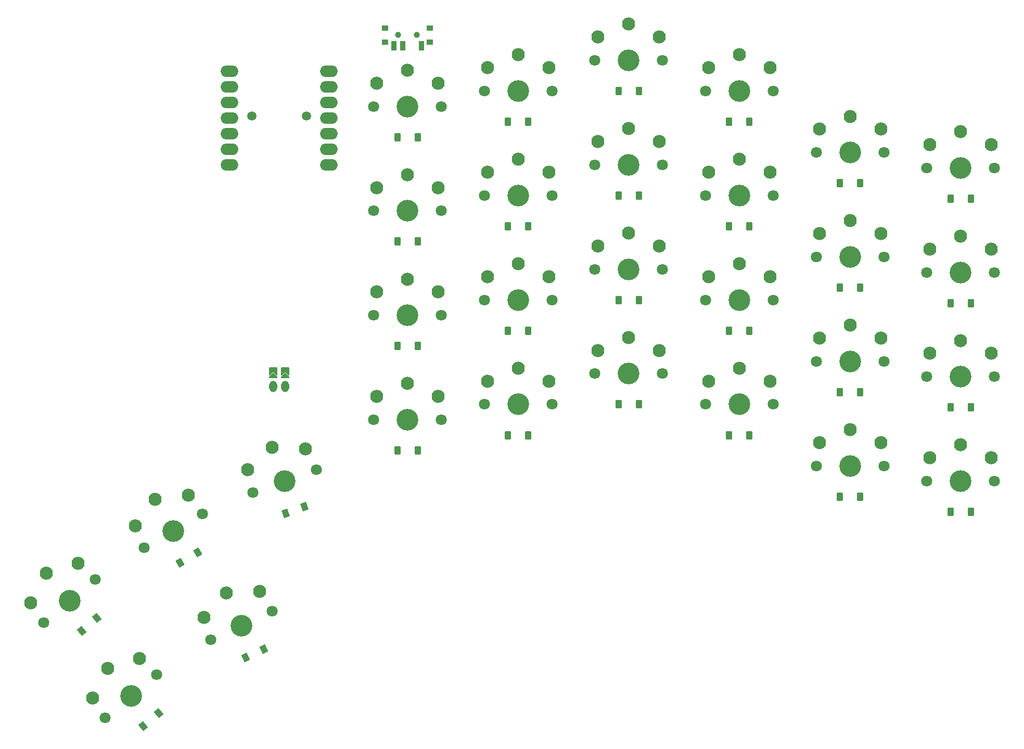
<source format=gbr>
%TF.GenerationSoftware,KiCad,Pcbnew,8.0.6*%
%TF.CreationDate,2025-01-31T15:21:25+01:00*%
%TF.ProjectId,sleepy58,736c6565-7079-4353-982e-6b696361645f,v1.0.0*%
%TF.SameCoordinates,Original*%
%TF.FileFunction,Soldermask,Top*%
%TF.FilePolarity,Negative*%
%FSLAX46Y46*%
G04 Gerber Fmt 4.6, Leading zero omitted, Abs format (unit mm)*
G04 Created by KiCad (PCBNEW 8.0.6) date 2025-01-31 15:21:25*
%MOMM*%
%LPD*%
G01*
G04 APERTURE LIST*
G04 Aperture macros list*
%AMRoundRect*
0 Rectangle with rounded corners*
0 $1 Rounding radius*
0 $2 $3 $4 $5 $6 $7 $8 $9 X,Y pos of 4 corners*
0 Add a 4 corners polygon primitive as box body*
4,1,4,$2,$3,$4,$5,$6,$7,$8,$9,$2,$3,0*
0 Add four circle primitives for the rounded corners*
1,1,$1+$1,$2,$3*
1,1,$1+$1,$4,$5*
1,1,$1+$1,$6,$7*
1,1,$1+$1,$8,$9*
0 Add four rect primitives between the rounded corners*
20,1,$1+$1,$2,$3,$4,$5,0*
20,1,$1+$1,$4,$5,$6,$7,0*
20,1,$1+$1,$6,$7,$8,$9,0*
20,1,$1+$1,$8,$9,$2,$3,0*%
%AMFreePoly0*
4,1,16,0.635355,0.285355,0.650000,0.250000,0.650000,-1.000000,0.635355,-1.035355,0.600000,-1.050000,0.564645,-1.035355,0.000000,-0.470710,-0.564645,-1.035355,-0.600000,-1.050000,-0.635355,-1.035355,-0.650000,-1.000000,-0.650000,0.250000,-0.635355,0.285355,-0.600000,0.300000,0.600000,0.300000,0.635355,0.285355,0.635355,0.285355,$1*%
%AMFreePoly1*
4,1,14,0.035355,0.435355,0.635355,-0.164645,0.650000,-0.200000,0.650000,-0.400000,0.635355,-0.435355,0.600000,-0.450000,-0.600000,-0.450000,-0.635355,-0.435355,-0.650000,-0.400000,-0.650000,-0.200000,-0.635355,-0.164645,-0.035355,0.435355,0.000000,0.450000,0.035355,0.435355,0.035355,0.435355,$1*%
G04 Aperture macros list end*
%ADD10RoundRect,0.050000X-0.450000X-0.600000X0.450000X-0.600000X0.450000X0.600000X-0.450000X0.600000X0*%
%ADD11C,1.801800*%
%ADD12C,3.529000*%
%ADD13C,2.132000*%
%ADD14RoundRect,0.050000X0.040953X-0.748881X0.730393X-0.170372X-0.040953X0.748881X-0.730393X0.170372X0*%
%ADD15RoundRect,0.050000X-0.217650X-0.717725X0.628074X-0.409907X0.217650X0.717725X-0.628074X0.409907X0*%
%ADD16RoundRect,0.050000X-0.089711X-0.744615X0.689711X-0.294615X0.089711X0.744615X-0.689711X0.294615X0*%
%ADD17FreePoly0,0.000000*%
%ADD18O,1.300000X1.850000*%
%ADD19FreePoly1,0.000000*%
%ADD20O,2.850000X1.900000*%
%ADD21C,1.497000*%
%ADD22RoundRect,0.050000X-0.154268X-0.733963X0.661409X-0.353606X0.154268X0.733963X-0.661409X0.353606X0*%
%ADD23RoundRect,0.050000X0.500000X0.400000X-0.500000X0.400000X-0.500000X-0.400000X0.500000X-0.400000X0*%
%ADD24C,1.000000*%
%ADD25RoundRect,0.050000X0.350000X0.750000X-0.350000X0.750000X-0.350000X-0.750000X0.350000X-0.750000X0*%
G04 APERTURE END LIST*
D10*
%TO.C,D1*%
X98350000Y-105000000D03*
X101650000Y-105000000D03*
%TD*%
D11*
%TO.C,S12*%
X130500000Y-41500000D03*
D12*
X136000000Y-41500000D03*
D11*
X141500000Y-41500000D03*
D13*
X131000000Y-37700000D03*
X141000000Y-37700000D03*
X136000000Y-35600000D03*
X136000000Y-35600000D03*
%TD*%
D10*
%TO.C,D21*%
X188350000Y-115000000D03*
X191650000Y-115000000D03*
%TD*%
D14*
%TO.C,D29*%
X56949927Y-149890800D03*
X59477873Y-147769600D03*
%TD*%
D10*
%TO.C,D2*%
X98350000Y-88000000D03*
X101650000Y-88000000D03*
%TD*%
%TO.C,D14*%
X152350000Y-85500000D03*
X155650000Y-85500000D03*
%TD*%
D11*
%TO.C,S2*%
X94500000Y-83000000D03*
D12*
X100000000Y-83000000D03*
D11*
X105500000Y-83000000D03*
D13*
X95000000Y-79200000D03*
X105000000Y-79200000D03*
X100000000Y-77100000D03*
X100000000Y-77100000D03*
%TD*%
D10*
%TO.C,D6*%
X116350000Y-85500000D03*
X119650000Y-85500000D03*
%TD*%
%TO.C,D9*%
X134350000Y-97500000D03*
X137650000Y-97500000D03*
%TD*%
%TO.C,D8*%
X116350000Y-51500000D03*
X119650000Y-51500000D03*
%TD*%
D11*
%TO.C,S18*%
X166500000Y-90500000D03*
D12*
X172000000Y-90500000D03*
D11*
X177500000Y-90500000D03*
D13*
X167000000Y-86700000D03*
X177000000Y-86700000D03*
X172000000Y-84600000D03*
X172000000Y-84600000D03*
%TD*%
D15*
%TO.C,D25*%
X80159607Y-115262833D03*
X83260593Y-114134167D03*
%TD*%
D11*
%TO.C,S29*%
X50786756Y-148535332D03*
D12*
X55000000Y-145000000D03*
D11*
X59213244Y-141464668D03*
D13*
X48727185Y-145302969D03*
X56387629Y-138875093D03*
X51207553Y-140480338D03*
X51207553Y-140480338D03*
%TD*%
D11*
%TO.C,S3*%
X94500000Y-66000000D03*
D12*
X100000000Y-66000000D03*
D11*
X105500000Y-66000000D03*
D13*
X95000000Y-62200000D03*
X105000000Y-62200000D03*
X100000000Y-60100000D03*
X100000000Y-60100000D03*
%TD*%
D11*
%TO.C,S16*%
X148500000Y-46500000D03*
D12*
X154000000Y-46500000D03*
D11*
X159500000Y-46500000D03*
D13*
X149000000Y-42700000D03*
X159000000Y-42700000D03*
X154000000Y-40600000D03*
X154000000Y-40600000D03*
%TD*%
D11*
%TO.C,S11*%
X130500000Y-58500000D03*
D12*
X136000000Y-58500000D03*
D11*
X141500000Y-58500000D03*
D13*
X131000000Y-54700000D03*
X141000000Y-54700000D03*
X136000000Y-52600000D03*
X136000000Y-52600000D03*
%TD*%
D16*
%TO.C,D26*%
X62971058Y-123255100D03*
X65828942Y-121605100D03*
%TD*%
D10*
%TO.C,D5*%
X116350000Y-102500000D03*
X119650000Y-102500000D03*
%TD*%
%TO.C,D12*%
X134350000Y-46500000D03*
X137650000Y-46500000D03*
%TD*%
D11*
%TO.C,S5*%
X112500000Y-97500000D03*
D12*
X118000000Y-97500000D03*
D11*
X123500000Y-97500000D03*
D13*
X113000000Y-93700000D03*
X123000000Y-93700000D03*
X118000000Y-91600000D03*
X118000000Y-91600000D03*
%TD*%
D11*
%TO.C,S27*%
X40786756Y-133035332D03*
D12*
X45000000Y-129500000D03*
D11*
X49213244Y-125964668D03*
D13*
X38727185Y-129802969D03*
X46387629Y-123375093D03*
X41207553Y-124980338D03*
X41207553Y-124980338D03*
%TD*%
D11*
%TO.C,S21*%
X184500000Y-110000000D03*
D12*
X190000000Y-110000000D03*
D11*
X195500000Y-110000000D03*
D13*
X185000000Y-106200000D03*
X195000000Y-106200000D03*
X190000000Y-104100000D03*
X190000000Y-104100000D03*
%TD*%
D11*
%TO.C,S13*%
X148500000Y-97500000D03*
D12*
X154000000Y-97500000D03*
D11*
X159500000Y-97500000D03*
D13*
X149000000Y-93700000D03*
X159000000Y-93700000D03*
X154000000Y-91600000D03*
X154000000Y-91600000D03*
%TD*%
D10*
%TO.C,D23*%
X188350000Y-81000000D03*
X191650000Y-81000000D03*
%TD*%
%TO.C,D4*%
X98350000Y-54000000D03*
X101650000Y-54000000D03*
%TD*%
D11*
%TO.C,S19*%
X166500000Y-73500000D03*
D12*
X172000000Y-73500000D03*
D11*
X177500000Y-73500000D03*
D13*
X167000000Y-69700000D03*
X177000000Y-69700000D03*
X172000000Y-67600000D03*
X172000000Y-67600000D03*
%TD*%
D14*
%TO.C,D27*%
X46949927Y-134390800D03*
X49477873Y-132269600D03*
%TD*%
D10*
%TO.C,D15*%
X152350000Y-68500000D03*
X155650000Y-68500000D03*
%TD*%
D11*
%TO.C,S14*%
X148500000Y-80500000D03*
D12*
X154000000Y-80500000D03*
D11*
X159500000Y-80500000D03*
D13*
X149000000Y-76700000D03*
X159000000Y-76700000D03*
X154000000Y-74600000D03*
X154000000Y-74600000D03*
%TD*%
D11*
%TO.C,S15*%
X148500000Y-63500000D03*
D12*
X154000000Y-63500000D03*
D11*
X159500000Y-63500000D03*
D13*
X149000000Y-59700000D03*
X159000000Y-59700000D03*
X154000000Y-57600000D03*
X154000000Y-57600000D03*
%TD*%
D10*
%TO.C,D17*%
X170350000Y-112500000D03*
X173650000Y-112500000D03*
%TD*%
D17*
%TO.C,JST1*%
X80100000Y-91784000D03*
X78100000Y-91784000D03*
D18*
X80100000Y-94600000D03*
X78100000Y-94600000D03*
D19*
X80100000Y-92800000D03*
X78100000Y-92800000D03*
%TD*%
D11*
%TO.C,S20*%
X166500000Y-56500000D03*
D12*
X172000000Y-56500000D03*
D11*
X177500000Y-56500000D03*
D13*
X167000000Y-52700000D03*
X177000000Y-52700000D03*
X172000000Y-50600000D03*
X172000000Y-50600000D03*
%TD*%
D10*
%TO.C,D22*%
X188350000Y-98000000D03*
X191650000Y-98000000D03*
%TD*%
D11*
%TO.C,S28*%
X68015307Y-135824400D03*
D12*
X73000000Y-133500000D03*
D11*
X77984693Y-131175600D03*
D13*
X66862512Y-132169122D03*
X75925590Y-127942939D03*
X70506552Y-128152784D03*
X70506552Y-128152784D03*
%TD*%
D11*
%TO.C,S24*%
X184500000Y-59000000D03*
D12*
X190000000Y-59000000D03*
D11*
X195500000Y-59000000D03*
D13*
X185000000Y-55200000D03*
X195000000Y-55200000D03*
X190000000Y-53100000D03*
X190000000Y-53100000D03*
%TD*%
D10*
%TO.C,D7*%
X116350000Y-68500000D03*
X119650000Y-68500000D03*
%TD*%
%TO.C,D20*%
X170350000Y-61500000D03*
X173650000Y-61500000D03*
%TD*%
D11*
%TO.C,S6*%
X112500000Y-80500000D03*
D12*
X118000000Y-80500000D03*
D11*
X123500000Y-80500000D03*
D13*
X113000000Y-76700000D03*
X123000000Y-76700000D03*
X118000000Y-74600000D03*
X118000000Y-74600000D03*
%TD*%
D11*
%TO.C,S9*%
X130500000Y-92500000D03*
D12*
X136000000Y-92500000D03*
D11*
X141500000Y-92500000D03*
D13*
X131000000Y-88700000D03*
X141000000Y-88700000D03*
X136000000Y-86600000D03*
X136000000Y-86600000D03*
%TD*%
D10*
%TO.C,D10*%
X134350000Y-80500000D03*
X137650000Y-80500000D03*
%TD*%
D11*
%TO.C,S25*%
X74831691Y-111881111D03*
D12*
X80000000Y-110000000D03*
D11*
X85168309Y-108118889D03*
D13*
X74001860Y-108139269D03*
X83398787Y-104719067D03*
X77982081Y-104455814D03*
X77982081Y-104455814D03*
%TD*%
D11*
%TO.C,S23*%
X184500000Y-76000000D03*
D12*
X190000000Y-76000000D03*
D11*
X195500000Y-76000000D03*
D13*
X185000000Y-72200000D03*
X195000000Y-72200000D03*
X190000000Y-70100000D03*
X190000000Y-70100000D03*
%TD*%
D10*
%TO.C,D3*%
X98350000Y-71000000D03*
X101650000Y-71000000D03*
%TD*%
D20*
%TO.C,MCU1*%
X71005040Y-43280000D03*
X71005040Y-45820000D03*
X71005040Y-48360000D03*
X71005040Y-50900000D03*
X71005040Y-53440000D03*
X71005040Y-55980000D03*
X71005040Y-58520000D03*
X87194960Y-58520000D03*
X87194960Y-55980000D03*
X87194960Y-53440000D03*
X87194960Y-50900000D03*
X87194960Y-48360000D03*
X87194960Y-45820000D03*
X87194960Y-43280000D03*
D21*
X74655000Y-50583000D03*
X83545000Y-50583000D03*
%TD*%
D10*
%TO.C,D11*%
X134350000Y-63500000D03*
X137650000Y-63500000D03*
%TD*%
D11*
%TO.C,S4*%
X94500000Y-49000000D03*
D12*
X100000000Y-49000000D03*
D11*
X105500000Y-49000000D03*
D13*
X95000000Y-45200000D03*
X105000000Y-45200000D03*
X100000000Y-43100000D03*
X100000000Y-43100000D03*
%TD*%
D11*
%TO.C,S8*%
X112500000Y-46500000D03*
D12*
X118000000Y-46500000D03*
D11*
X123500000Y-46500000D03*
D13*
X113000000Y-42700000D03*
X123000000Y-42700000D03*
X118000000Y-40600000D03*
X118000000Y-40600000D03*
%TD*%
D11*
%TO.C,S1*%
X94500000Y-100000000D03*
D12*
X100000000Y-100000000D03*
D11*
X105500000Y-100000000D03*
D13*
X95000000Y-96200000D03*
X105000000Y-96200000D03*
X100000000Y-94100000D03*
X100000000Y-94100000D03*
%TD*%
D10*
%TO.C,D16*%
X152350000Y-51500000D03*
X155650000Y-51500000D03*
%TD*%
D11*
%TO.C,S7*%
X112500000Y-63500000D03*
D12*
X118000000Y-63500000D03*
D11*
X123500000Y-63500000D03*
D13*
X113000000Y-59700000D03*
X123000000Y-59700000D03*
X118000000Y-57600000D03*
X118000000Y-57600000D03*
%TD*%
D22*
%TO.C,D28*%
X73617692Y-138728820D03*
X76608508Y-137334180D03*
%TD*%
D11*
%TO.C,S17*%
X166500000Y-107500000D03*
D12*
X172000000Y-107500000D03*
D11*
X177500000Y-107500000D03*
D13*
X167000000Y-103700000D03*
X177000000Y-103700000D03*
X172000000Y-101600000D03*
X172000000Y-101600000D03*
%TD*%
D23*
%TO.C,PWR1*%
X96350000Y-38495000D03*
X103650000Y-38495000D03*
D24*
X98500000Y-37385000D03*
X101500000Y-37385000D03*
D23*
X96350000Y-36285000D03*
X103650000Y-36285000D03*
D25*
X102250000Y-39145000D03*
X99250000Y-39145000D03*
X97750000Y-39145000D03*
%TD*%
D10*
%TO.C,D13*%
X152350000Y-102500000D03*
X155650000Y-102500000D03*
%TD*%
D11*
%TO.C,S26*%
X57136860Y-120850000D03*
D12*
X61900000Y-118100000D03*
D11*
X66663140Y-115350000D03*
D13*
X55669873Y-117309103D03*
X64330127Y-112309103D03*
X58950000Y-112990450D03*
X58950000Y-112990450D03*
%TD*%
D10*
%TO.C,D19*%
X170350000Y-78500000D03*
X173650000Y-78500000D03*
%TD*%
D11*
%TO.C,S10*%
X130500000Y-75500000D03*
D12*
X136000000Y-75500000D03*
D11*
X141500000Y-75500000D03*
D13*
X131000000Y-71700000D03*
X141000000Y-71700000D03*
X136000000Y-69600000D03*
X136000000Y-69600000D03*
%TD*%
D10*
%TO.C,D18*%
X170350000Y-95500000D03*
X173650000Y-95500000D03*
%TD*%
D11*
%TO.C,S22*%
X184500000Y-93000000D03*
D12*
X190000000Y-93000000D03*
D11*
X195500000Y-93000000D03*
D13*
X185000000Y-89200000D03*
X195000000Y-89200000D03*
X190000000Y-87100000D03*
X190000000Y-87100000D03*
%TD*%
D10*
%TO.C,D24*%
X188350000Y-64000000D03*
X191650000Y-64000000D03*
%TD*%
M02*

</source>
